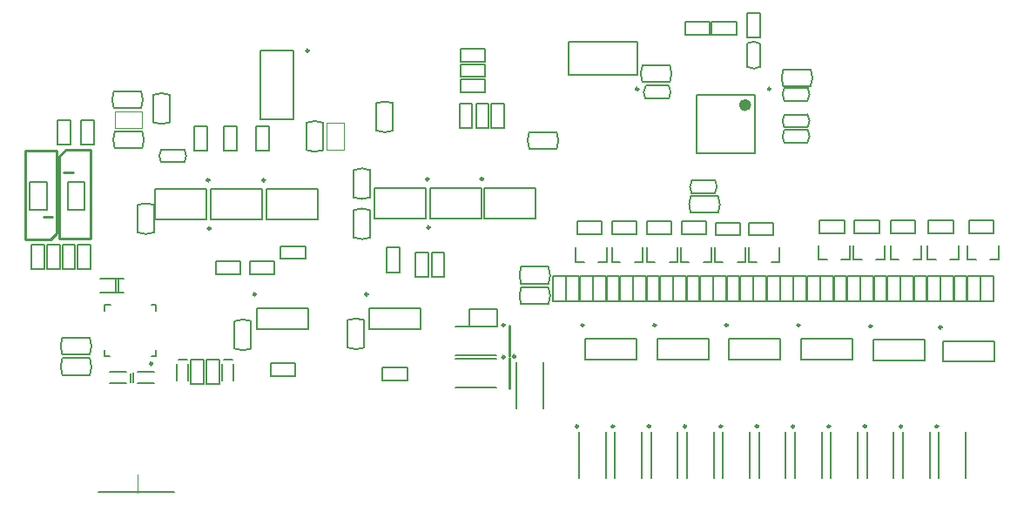
<source format=gbo>
G04 Layer_Color=32896*
%FSLAX44Y44*%
%MOMM*%
G71*
G01*
G75*
%ADD16C,0.2000*%
%ADD66C,0.1500*%
%ADD67C,0.2540*%
%ADD68C,0.2500*%
%ADD107C,0.6000*%
%ADD108C,0.1000*%
%ADD109C,0.1270*%
%ADD110C,0.1200*%
D16*
X511000Y81500D02*
Y126500D01*
X485000Y81500D02*
Y126500D01*
X900000Y147000D02*
X950000D01*
X900000Y127000D02*
X950000D01*
X900000D02*
Y147000D01*
X950000Y127000D02*
Y147000D01*
X922000Y13500D02*
Y58500D01*
X896000Y13500D02*
Y58500D01*
X817000Y13500D02*
Y58500D01*
X791000Y13500D02*
Y58500D01*
X887000Y13500D02*
Y58500D01*
X861000Y13500D02*
Y58500D01*
X782000Y13500D02*
Y58500D01*
X756000Y13500D02*
Y58500D01*
X852000Y13500D02*
Y58500D01*
X826000Y13500D02*
Y58500D01*
X747000Y13500D02*
Y58500D01*
X721000Y13500D02*
Y58500D01*
X712000Y13500D02*
Y58500D01*
X686000Y13500D02*
Y58500D01*
X677000Y13500D02*
Y58500D01*
X651000Y13500D02*
Y58500D01*
X642000Y13500D02*
Y58500D01*
X616000Y13500D02*
Y58500D01*
X607000Y13500D02*
Y58500D01*
X581000Y13500D02*
Y58500D01*
X572000Y13500D02*
Y58500D01*
X546000Y13500D02*
Y58500D01*
X924000Y226000D02*
Y240000D01*
Y226000D02*
X932000D01*
X954000D02*
Y240000D01*
X946000Y226000D02*
X954000D01*
X885000D02*
Y240000D01*
Y226000D02*
X893000D01*
X915000D02*
Y240000D01*
X907000Y226000D02*
X915000D01*
X849000D02*
Y240000D01*
Y226000D02*
X857000D01*
X879000D02*
Y240000D01*
X871000Y226000D02*
X879000D01*
X832000Y148000D02*
X882000D01*
X832000Y128000D02*
X882000D01*
X832000D02*
Y148000D01*
X882000Y128000D02*
Y148000D01*
X543000Y224000D02*
Y238000D01*
Y224000D02*
X551000D01*
X573000D02*
Y238000D01*
X565000Y224000D02*
X573000D01*
X717500Y329500D02*
Y386500D01*
X660500Y329500D02*
Y386500D01*
X717500D01*
X660500Y329500D02*
X717500D01*
X602000Y129000D02*
Y149000D01*
X552000Y129000D02*
Y149000D01*
Y129000D02*
X602000D01*
X552000Y149000D02*
X602000D01*
X672000Y129000D02*
Y149000D01*
X622000Y129000D02*
Y149000D01*
Y129000D02*
X672000D01*
X622000Y149000D02*
X672000D01*
X742000Y129000D02*
Y149000D01*
X692000Y129000D02*
Y149000D01*
Y129000D02*
X742000D01*
X692000Y149000D02*
X742000D01*
X812000Y129000D02*
Y149000D01*
X762000Y129000D02*
Y149000D01*
Y129000D02*
X812000D01*
X762000Y149000D02*
X812000D01*
X236000Y362500D02*
X268000D01*
X236000Y429500D02*
X268000D01*
X236000Y362500D02*
Y429500D01*
X268000Y362500D02*
Y429500D01*
X283000Y159000D02*
Y179000D01*
X233000Y159000D02*
Y179000D01*
Y159000D02*
X283000D01*
X233000Y179000D02*
X283000D01*
X535500Y406000D02*
Y438000D01*
X602500Y406000D02*
Y438000D01*
X535500D02*
X602500D01*
X535500Y406000D02*
X602500D01*
X392000Y159000D02*
Y179000D01*
X342000Y159000D02*
Y179000D01*
Y159000D02*
X392000D01*
X342000Y179000D02*
X392000D01*
X238000Y265000D02*
Y295000D01*
X188000Y265000D02*
Y295000D01*
Y265000D02*
X238000D01*
X188000Y295000D02*
X238000D01*
X292000Y265000D02*
Y295000D01*
X242000Y265000D02*
Y295000D01*
Y265000D02*
X292000D01*
X242000Y295000D02*
X292000D01*
X347000Y266000D02*
Y296000D01*
X397000Y266000D02*
Y296000D01*
X347000D02*
X397000D01*
X347000Y266000D02*
X397000D01*
X451000D02*
Y296000D01*
X401000Y266000D02*
Y296000D01*
Y266000D02*
X451000D01*
X401000Y296000D02*
X451000D01*
X504000Y266000D02*
Y296000D01*
X454000Y266000D02*
Y296000D01*
Y266000D02*
X504000D01*
X454000Y296000D02*
X504000D01*
X426000Y130000D02*
X466000D01*
X426000Y102000D02*
X466000D01*
X426000Y161000D02*
X466000D01*
X426000Y133000D02*
X466000D01*
X600000Y224000D02*
X608000D01*
Y238000D01*
X578000Y224000D02*
X586000D01*
X578000D02*
Y238000D01*
X634000Y224000D02*
X642000D01*
Y238000D01*
X612000Y224000D02*
X620000D01*
X612000D02*
Y238000D01*
X667000Y224000D02*
X675000D01*
Y238000D01*
X645000Y224000D02*
X653000D01*
X645000D02*
Y238000D01*
X700000Y224000D02*
X708000D01*
Y238000D01*
X678000Y224000D02*
X686000D01*
X678000D02*
Y238000D01*
X733000Y224000D02*
X741000D01*
Y238000D01*
X711000Y224000D02*
X719000D01*
X711000D02*
Y238000D01*
X801000Y226000D02*
X809000D01*
Y240000D01*
X779000Y226000D02*
X787000D01*
X779000D02*
Y240000D01*
X835000Y226000D02*
X843000D01*
Y240000D01*
X813000Y226000D02*
X821000D01*
X813000D02*
Y240000D01*
X96000Y194000D02*
Y208000D01*
X80000Y194000D02*
X103000Y194000D01*
X80000Y208000D02*
X103000D01*
X98000Y194000D02*
Y208000D01*
X134000Y265000D02*
Y295000D01*
X184000Y265000D02*
Y295000D01*
X134000D02*
X184000D01*
X134000Y265000D02*
X184000D01*
D66*
X744646Y411190D02*
G03*
X744664Y394964I19641J-8092D01*
G01*
X771273Y394846D02*
G03*
X771353Y411190I-19568J8268D01*
G01*
X634354Y398810D02*
G03*
X634336Y415036I-19641J8092D01*
G01*
X607727Y415154D02*
G03*
X607647Y398810I19568J-8268D01*
G01*
X516354Y202810D02*
G03*
X516336Y219036I-19641J8092D01*
G01*
X489727Y219154D02*
G03*
X489647Y202810I19568J-8268D01*
G01*
X497646Y350190D02*
G03*
X497664Y333964I19641J-8092D01*
G01*
X524273Y333846D02*
G03*
X524353Y350190I-19568J8268D01*
G01*
X365190Y378354D02*
G03*
X348964Y378336I-8092J-19641D01*
G01*
X348846Y351727D02*
G03*
X365190Y351647I8268J19568D01*
G01*
X516354Y182810D02*
G03*
X516336Y199036I-19641J8092D01*
G01*
X489727Y199154D02*
G03*
X489647Y182810I19568J-8268D01*
G01*
X121354Y334560D02*
G03*
X121336Y350786I-19641J8092D01*
G01*
X94727Y350904D02*
G03*
X94647Y334560I19568J-8268D01*
G01*
X120354Y373560D02*
G03*
X120336Y389786I-19641J8092D01*
G01*
X93727Y389904D02*
G03*
X93647Y373560I19568J-8268D01*
G01*
X297190Y359354D02*
G03*
X280964Y359336I-8092J-19641D01*
G01*
X280846Y332727D02*
G03*
X297190Y332647I8268J19568D01*
G01*
X326810Y286646D02*
G03*
X343036Y286664I8092J19641D01*
G01*
X343154Y313273D02*
G03*
X326810Y313353I-8268J-19568D01*
G01*
X326810Y247646D02*
G03*
X343036Y247664I8092J19641D01*
G01*
X343154Y274273D02*
G03*
X326810Y274353I-8268J-19568D01*
G01*
X148190Y386354D02*
G03*
X131964Y386336I-8092J-19641D01*
G01*
X131846Y359727D02*
G03*
X148190Y359647I8268J19568D01*
G01*
X337190Y167354D02*
G03*
X320964Y167336I-8092J-19641D01*
G01*
X320846Y140727D02*
G03*
X337190Y140647I8268J19568D01*
G01*
X227190Y166354D02*
G03*
X210964Y166336I-8092J-19641D01*
G01*
X210846Y139727D02*
G03*
X227190Y139647I8268J19568D01*
G01*
X43646Y130190D02*
G03*
X43664Y113964I19641J-8092D01*
G01*
X70273Y113846D02*
G03*
X70353Y130190I-19568J8268D01*
G01*
X43646Y150190D02*
G03*
X43664Y133964I19641J-8092D01*
G01*
X70273Y133846D02*
G03*
X70353Y150190I-19568J8268D01*
G01*
X681354Y271810D02*
G03*
X681336Y288036I-19641J8092D01*
G01*
X654727Y288154D02*
G03*
X654647Y271810I19568J-8268D01*
G01*
X768267Y354739D02*
G03*
X768319Y367294I-9826J6319D01*
G01*
X745929Y367296D02*
G03*
X745512Y354757I9641J-6597D01*
G01*
X633267Y382739D02*
G03*
X633319Y395294I-9826J6319D01*
G01*
X610929Y395296D02*
G03*
X610512Y382757I9641J-6597D01*
G01*
X655733Y303261D02*
G03*
X655681Y290706I9826J-6319D01*
G01*
X678071Y290704D02*
G03*
X678488Y303243I-9641J6597D01*
G01*
X745733Y352261D02*
G03*
X745681Y339706I9826J-6319D01*
G01*
X768071Y339704D02*
G03*
X768488Y352243I-9641J6597D01*
G01*
X745733Y393261D02*
G03*
X745681Y380706I9826J-6319D01*
G01*
X768071Y380704D02*
G03*
X768488Y393243I-9641J6597D01*
G01*
X709739Y413733D02*
G03*
X722294Y413681I6319J9826D01*
G01*
X722296Y436071D02*
G03*
X709757Y436488I-6597J-9641D01*
G01*
X162267Y320739D02*
G03*
X162319Y333294I-9826J6319D01*
G01*
X139930Y333296D02*
G03*
X139512Y320757I9641J-6597D01*
G01*
X116810Y252646D02*
G03*
X133036Y252664I8092J19641D01*
G01*
X133154Y279273D02*
G03*
X116810Y279353I-8268J-19568D01*
G01*
X925000Y251750D02*
X949000D01*
X925000Y264250D02*
X949000D01*
X925000Y251750D02*
Y264250D01*
X949000Y251750D02*
Y264250D01*
X923250Y186000D02*
Y210000D01*
X910750Y186000D02*
Y210000D01*
Y186000D02*
X923250D01*
X910750Y210000D02*
X923250D01*
X923750Y186000D02*
Y210000D01*
X936250Y186000D02*
Y210000D01*
X923750D02*
X936250D01*
X923750Y186000D02*
X936250D01*
X949250D02*
Y210000D01*
X936750Y186000D02*
Y210000D01*
Y186000D02*
X949250D01*
X936750Y210000D02*
X949250D01*
X886000Y251750D02*
X910000D01*
X886000Y264250D02*
X910000D01*
X886000Y251750D02*
Y264250D01*
X910000Y251750D02*
Y264250D01*
X910250Y186000D02*
Y210000D01*
X897750Y186000D02*
Y210000D01*
Y186000D02*
X910250D01*
X897750Y210000D02*
X910250D01*
X884750Y186000D02*
Y210000D01*
X897250Y186000D02*
Y210000D01*
X884750D02*
X897250D01*
X884750Y186000D02*
X897250D01*
X884250D02*
Y210000D01*
X871750Y186000D02*
Y210000D01*
Y186000D02*
X884250D01*
X871750Y210000D02*
X884250D01*
X849000Y251750D02*
X873000D01*
X849000Y264250D02*
X873000D01*
X849000Y251750D02*
Y264250D01*
X873000Y251750D02*
Y264250D01*
X845250Y186000D02*
Y210000D01*
X832750Y186000D02*
Y210000D01*
Y186000D02*
X845250D01*
X832750Y210000D02*
X845250D01*
X845750Y186000D02*
Y210000D01*
X858250Y186000D02*
Y210000D01*
X845750D02*
X858250D01*
X845750Y186000D02*
X858250D01*
X871250D02*
Y210000D01*
X858750Y186000D02*
Y210000D01*
Y186000D02*
X871250D01*
X858750Y210000D02*
X871250D01*
X649000Y444750D02*
X673000D01*
X649000Y457250D02*
X673000D01*
X649000Y444750D02*
Y457250D01*
X673000Y444750D02*
Y457250D01*
X675000D02*
X699000D01*
X675000Y444750D02*
X699000D01*
Y457250D01*
X675000Y444750D02*
Y457250D01*
X544000Y250750D02*
X568000D01*
X544000Y263250D02*
X568000D01*
X544000Y250750D02*
Y263250D01*
X568000Y250750D02*
Y263250D01*
X546250Y186000D02*
Y210000D01*
X533750Y186000D02*
Y210000D01*
Y186000D02*
X546250D01*
X533750Y210000D02*
X546250D01*
X744750Y411250D02*
X771250D01*
X744750Y394750D02*
X771250D01*
X607750Y398750D02*
X634250D01*
X607750Y415250D02*
X634250D01*
X489750Y202750D02*
X516250D01*
X489750Y219250D02*
X516250D01*
X497750Y350250D02*
X524250D01*
X497750Y333750D02*
X524250D01*
X365250Y351750D02*
Y378250D01*
X348750Y351750D02*
Y378250D01*
X489750Y182750D02*
X516250D01*
X489750Y199250D02*
X516250D01*
X94750Y334500D02*
X121250D01*
X94750Y351000D02*
X121250D01*
X93750Y373500D02*
X120250D01*
X93750Y390000D02*
X120250D01*
X297250Y332750D02*
Y359250D01*
X280750Y332750D02*
Y359250D01*
X326750Y286750D02*
Y313250D01*
X343250Y286750D02*
Y313250D01*
X326750Y247750D02*
Y274250D01*
X343250Y247750D02*
Y274250D01*
X148250Y359750D02*
Y386250D01*
X131750Y359750D02*
Y386250D01*
X337250Y140750D02*
Y167250D01*
X320750Y140750D02*
Y167250D01*
X227250Y139750D02*
Y166250D01*
X210750Y139750D02*
Y166250D01*
X832250Y186000D02*
Y210000D01*
X819750Y186000D02*
Y210000D01*
Y186000D02*
X832250D01*
X819750Y210000D02*
X832250D01*
X767250Y186000D02*
Y210000D01*
X754750Y186000D02*
Y210000D01*
Y186000D02*
X767250D01*
X754750Y210000D02*
X767250D01*
X754250Y186000D02*
Y210000D01*
X741750Y186000D02*
Y210000D01*
Y186000D02*
X754250D01*
X741750Y210000D02*
X754250D01*
X689250Y186000D02*
Y210000D01*
X676750Y186000D02*
Y210000D01*
Y186000D02*
X689250D01*
X676750Y210000D02*
X689250D01*
X676250Y186000D02*
Y210000D01*
X663750Y186000D02*
Y210000D01*
Y186000D02*
X676250D01*
X663750Y210000D02*
X676250D01*
X611250Y186000D02*
Y210000D01*
X598750Y186000D02*
Y210000D01*
Y186000D02*
X611250D01*
X598750Y210000D02*
X611250D01*
X598250Y186000D02*
Y210000D01*
X585750Y186000D02*
Y210000D01*
Y186000D02*
X598250D01*
X585750Y210000D02*
X598250D01*
X533250Y186000D02*
Y210000D01*
X520750Y186000D02*
Y210000D01*
Y186000D02*
X533250D01*
X520750Y210000D02*
X533250D01*
X431000Y388750D02*
Y401250D01*
X455000Y388750D02*
Y401250D01*
X431000Y388750D02*
X455000D01*
X431000Y401250D02*
X455000D01*
X431000Y403750D02*
Y416250D01*
X455000Y403750D02*
Y416250D01*
X431000Y403750D02*
X455000D01*
X431000Y416250D02*
X455000D01*
X431000Y418750D02*
Y431250D01*
X455000Y418750D02*
Y431250D01*
X431000Y418750D02*
X455000D01*
X431000Y431250D02*
X455000D01*
X79000Y0D02*
X151999D01*
X58750Y217000D02*
X71250D01*
X58750Y241000D02*
X71250D01*
Y217000D02*
Y241000D01*
X58750Y217000D02*
Y241000D01*
X13750Y217000D02*
X26250D01*
X13750Y241000D02*
X26250D01*
Y217000D02*
Y241000D01*
X13750Y217000D02*
Y241000D01*
X43750Y130250D02*
X70250D01*
X43750Y113750D02*
X70250D01*
X43750Y150250D02*
X70250D01*
X43750Y133750D02*
X70250D01*
X654750Y271750D02*
X681250D01*
X654750Y288250D02*
X681250D01*
X745500Y354750D02*
X768250D01*
X745947Y367285D02*
X768304D01*
X610500Y382750D02*
X633250D01*
X610947Y395285D02*
X633304D01*
X655750Y303250D02*
X678500D01*
X655696Y290715D02*
X678053D01*
X745750Y352250D02*
X768500D01*
X745696Y339715D02*
X768053D01*
X745750Y393250D02*
X768500D01*
X745696Y380715D02*
X768053D01*
X709750Y413750D02*
Y436500D01*
X722284Y413696D02*
Y436053D01*
X171750Y332000D02*
X184250D01*
X171750Y356000D02*
X184250D01*
Y332000D02*
Y356000D01*
X171750Y332000D02*
Y356000D01*
X546750Y186000D02*
X559250D01*
X546750Y210000D02*
X559250D01*
Y186000D02*
Y210000D01*
X546750Y186000D02*
Y210000D01*
X193000Y211750D02*
Y224250D01*
X217000Y211750D02*
Y224250D01*
X193000Y211750D02*
X217000D01*
X193000Y224250D02*
X217000D01*
X226000Y211750D02*
Y224250D01*
X250000Y211750D02*
Y224250D01*
X226000Y211750D02*
X250000D01*
X226000Y224250D02*
X250000D01*
X200750Y332000D02*
X213250D01*
X200750Y356000D02*
X213250D01*
Y332000D02*
Y356000D01*
X200750Y332000D02*
Y356000D01*
X270000Y112750D02*
Y125250D01*
X246000Y112750D02*
Y125250D01*
X270000D01*
X246000Y112750D02*
X270000D01*
X280000Y226750D02*
Y239250D01*
X256000Y226750D02*
Y239250D01*
X280000D01*
X256000Y226750D02*
X280000D01*
X231750Y332000D02*
X244250D01*
X231750Y356000D02*
X244250D01*
Y332000D02*
Y356000D01*
X231750Y332000D02*
Y356000D01*
X559750Y210000D02*
X572250D01*
X559750Y186000D02*
X572250D01*
X559750D02*
Y210000D01*
X572250Y186000D02*
Y210000D01*
X709750Y442000D02*
X722250D01*
X709750Y466000D02*
X722250D01*
Y442000D02*
Y466000D01*
X709750Y442000D02*
Y466000D01*
X572750Y186000D02*
X585250D01*
X572750Y210000D02*
X585250D01*
Y186000D02*
Y210000D01*
X572750Y186000D02*
Y210000D01*
X602000Y250750D02*
Y263250D01*
X578000Y250750D02*
Y263250D01*
X602000D01*
X578000Y250750D02*
X602000D01*
X611750Y210000D02*
X624250D01*
X611750Y186000D02*
X624250D01*
X611750D02*
Y210000D01*
X624250Y186000D02*
Y210000D01*
X624750Y186000D02*
X637250D01*
X624750Y210000D02*
X637250D01*
Y186000D02*
Y210000D01*
X624750Y186000D02*
Y210000D01*
X429750Y354000D02*
X442250D01*
X429750Y378000D02*
X442250D01*
Y354000D02*
Y378000D01*
X429750Y354000D02*
Y378000D01*
X358750Y238000D02*
X371250D01*
X358750Y214000D02*
X371250D01*
X358750D02*
Y238000D01*
X371250Y214000D02*
Y238000D01*
X636000Y250750D02*
Y263250D01*
X612000Y250750D02*
Y263250D01*
X636000D01*
X612000Y250750D02*
X636000D01*
X355000Y108750D02*
Y121250D01*
X379000Y108750D02*
Y121250D01*
X355000Y108750D02*
X379000D01*
X355000Y121250D02*
X379000D01*
X386750Y209000D02*
X399250D01*
X386750Y233000D02*
X399250D01*
Y209000D02*
Y233000D01*
X386750Y209000D02*
Y233000D01*
X445750Y354000D02*
X458250D01*
X445750Y378000D02*
X458250D01*
Y354000D02*
Y378000D01*
X445750Y354000D02*
Y378000D01*
X637750Y210000D02*
X650250D01*
X637750Y186000D02*
X650250D01*
X637750D02*
Y210000D01*
X650250Y186000D02*
Y210000D01*
X402750Y233000D02*
X415250D01*
X402750Y209000D02*
X415250D01*
X402750D02*
Y233000D01*
X415250Y209000D02*
Y233000D01*
X650750Y186000D02*
X663250D01*
X650750Y210000D02*
X663250D01*
Y186000D02*
Y210000D01*
X650750Y186000D02*
Y210000D01*
X460750Y354000D02*
X473250D01*
X460750Y378000D02*
X473250D01*
Y354000D02*
Y378000D01*
X460750Y354000D02*
Y378000D01*
X670000Y250750D02*
Y263250D01*
X646000Y250750D02*
Y263250D01*
X670000D01*
X646000Y250750D02*
X670000D01*
X689750Y210000D02*
X702250D01*
X689750Y186000D02*
X702250D01*
X689750D02*
Y210000D01*
X702250Y186000D02*
Y210000D01*
X702750Y186000D02*
X715250D01*
X702750Y210000D02*
X715250D01*
Y186000D02*
Y210000D01*
X702750Y186000D02*
Y210000D01*
X703000Y249750D02*
Y262250D01*
X679000Y249750D02*
Y262250D01*
X703000D01*
X679000Y249750D02*
X703000D01*
X715750Y210000D02*
X728250D01*
X715750Y186000D02*
X728250D01*
X715750D02*
Y210000D01*
X728250Y186000D02*
Y210000D01*
X728750Y186000D02*
X741250D01*
X728750Y210000D02*
X741250D01*
Y186000D02*
Y210000D01*
X728750Y186000D02*
Y210000D01*
X735000Y249750D02*
Y262250D01*
X711000Y249750D02*
Y262250D01*
X735000D01*
X711000Y249750D02*
X735000D01*
X767750Y210000D02*
X780250D01*
X767750Y186000D02*
X780250D01*
X767750D02*
Y210000D01*
X780250Y186000D02*
Y210000D01*
X11750Y274250D02*
X28500D01*
X11750Y301750D02*
X28500D01*
Y274250D02*
Y301750D01*
X11750Y274250D02*
Y301750D01*
X780750Y186000D02*
X793250D01*
X780750Y210000D02*
X793250D01*
Y186000D02*
Y210000D01*
X780750Y186000D02*
Y210000D01*
X48750Y274250D02*
X65500D01*
X48750Y301750D02*
X65500D01*
Y274250D02*
Y301750D01*
X48750Y274250D02*
Y301750D01*
X804000Y251750D02*
Y264250D01*
X780000Y251750D02*
Y264250D01*
X804000D01*
X780000Y251750D02*
X804000D01*
X793750Y210000D02*
X806250D01*
X793750Y186000D02*
X806250D01*
X793750D02*
Y210000D01*
X806250Y186000D02*
Y210000D01*
X806750Y186000D02*
X819250D01*
X806750Y210000D02*
X819250D01*
Y186000D02*
Y210000D01*
X806750Y186000D02*
Y210000D01*
X838000Y251750D02*
Y264250D01*
X814000Y251750D02*
Y264250D01*
X838000D01*
X814000Y251750D02*
X838000D01*
X183750Y129000D02*
X196250D01*
X183750Y105000D02*
X196250D01*
X183750D02*
Y129000D01*
X196250Y105000D02*
Y129000D01*
X168750D02*
X181250D01*
X168750Y105000D02*
X181250D01*
X168750D02*
Y129000D01*
X181250Y105000D02*
Y129000D01*
X439250Y161500D02*
Y178250D01*
X466750Y161500D02*
Y178250D01*
X439250Y161500D02*
X466750D01*
X439250Y178250D02*
X466750D01*
X61750Y338000D02*
X74250D01*
X61750Y362000D02*
X74250D01*
Y338000D02*
Y362000D01*
X61750Y338000D02*
Y362000D01*
X43750Y241000D02*
X56250D01*
X43750Y217000D02*
X56250D01*
X43750D02*
Y241000D01*
X56250Y217000D02*
Y241000D01*
X28750D02*
X41250D01*
X28750Y217000D02*
X41250D01*
X28750D02*
Y241000D01*
X41250Y217000D02*
Y241000D01*
X38750Y338000D02*
X51250D01*
X38750Y362000D02*
X51250D01*
Y338000D02*
Y362000D01*
X38750Y338000D02*
Y362000D01*
X200250Y129000D02*
X209000D01*
X199000Y109000D02*
Y125000D01*
X209750Y109000D02*
Y125000D01*
X110000Y107000D02*
Y115750D01*
X90000Y117000D02*
X106000D01*
X90000Y106250D02*
X106000D01*
X113000Y107250D02*
Y116000D01*
X117000Y106000D02*
X133000D01*
X117000Y116750D02*
X133000D01*
X156250Y129000D02*
X165000D01*
X155000Y109000D02*
Y125000D01*
X165750Y109000D02*
Y125000D01*
X139500Y320750D02*
X162250D01*
X139947Y333285D02*
X162304D01*
X116750Y252750D02*
Y279250D01*
X133250Y252750D02*
Y279250D01*
D67*
X131270Y125000D02*
G03*
X131270Y125000I-1270J0D01*
G01*
X478500Y101000D02*
Y131000D01*
Y132000D02*
Y162000D01*
D68*
X484250Y132000D02*
G03*
X484250Y132000I-1250J0D01*
G01*
X898700Y160500D02*
G03*
X898700Y160500I-1250J0D01*
G01*
X895250Y64000D02*
G03*
X895250Y64000I-1250J0D01*
G01*
X790250D02*
G03*
X790250Y64000I-1250J0D01*
G01*
X860250D02*
G03*
X860250Y64000I-1250J0D01*
G01*
X755250D02*
G03*
X755250Y64000I-1250J0D01*
G01*
X825250D02*
G03*
X825250Y64000I-1250J0D01*
G01*
X720250D02*
G03*
X720250Y64000I-1250J0D01*
G01*
X685250D02*
G03*
X685250Y64000I-1250J0D01*
G01*
X650250D02*
G03*
X650250Y64000I-1250J0D01*
G01*
X615250D02*
G03*
X615250Y64000I-1250J0D01*
G01*
X580250D02*
G03*
X580250Y64000I-1250J0D01*
G01*
X545250D02*
G03*
X545250Y64000I-1250J0D01*
G01*
X830700Y161500D02*
G03*
X830700Y161500I-1250J0D01*
G01*
X732250Y392250D02*
G03*
X732250Y392250I-1250J0D01*
G01*
X550700Y162500D02*
G03*
X550700Y162500I-1250J0D01*
G01*
X620700D02*
G03*
X620700Y162500I-1250J0D01*
G01*
X690700D02*
G03*
X690700Y162500I-1250J0D01*
G01*
X760700D02*
G03*
X760700Y162500I-1250J0D01*
G01*
X283250Y429500D02*
G03*
X283250Y429500I-1250J0D01*
G01*
X231700Y192500D02*
G03*
X231700Y192500I-1250J0D01*
G01*
X603750Y392000D02*
G03*
X603750Y392000I-1250J0D01*
G01*
X340700Y192500D02*
G03*
X340700Y192500I-1250J0D01*
G01*
X186700Y303500D02*
G03*
X186700Y303500I-1250J0D01*
G01*
X240700D02*
G03*
X240700Y303500I-1250J0D01*
G01*
X400800Y257500D02*
G03*
X400800Y257500I-1250J0D01*
G01*
X399700Y304500D02*
G03*
X399700Y304500I-1250J0D01*
G01*
X452700D02*
G03*
X452700Y304500I-1250J0D01*
G01*
X473750Y131500D02*
G03*
X473750Y131500I-1250J0D01*
G01*
Y162500D02*
G03*
X473750Y162500I-1250J0D01*
G01*
X187800Y256500D02*
G03*
X187800Y256500I-1250J0D01*
G01*
X38000Y252000D02*
Y332000D01*
X32000Y246000D02*
X38000Y252000D01*
X8000Y246000D02*
X32000D01*
X8000D02*
Y332000D01*
X38000D01*
X25000Y268000D02*
X34000D01*
X45000Y311000D02*
X54000D01*
X41000Y247000D02*
X71000D01*
Y333000D01*
X47000D02*
X71000D01*
X41000Y327000D02*
X47000Y333000D01*
X41000Y247000D02*
Y327000D01*
D107*
X710500Y376500D02*
G03*
X710500Y376500I-3000J0D01*
G01*
D108*
X117000Y-250D02*
Y17500D01*
D109*
X135000Y176050D02*
X135000Y182000D01*
X84790D02*
X90950D01*
X84790Y176050D02*
Y182000D01*
X85000Y132000D02*
X85000Y137950D01*
X85000Y132000D02*
X89680D01*
X130320Y132000D02*
X135000Y132000D01*
Y137950D01*
X130320Y182000D02*
X135000D01*
D110*
X94750Y370250D02*
X121250D01*
X94750Y353750D02*
Y370250D01*
Y353750D02*
X121250D01*
Y370250D01*
X300750Y332750D02*
Y359250D01*
Y332750D02*
X317250D01*
Y359250D01*
X300750D02*
X317250D01*
M02*

</source>
